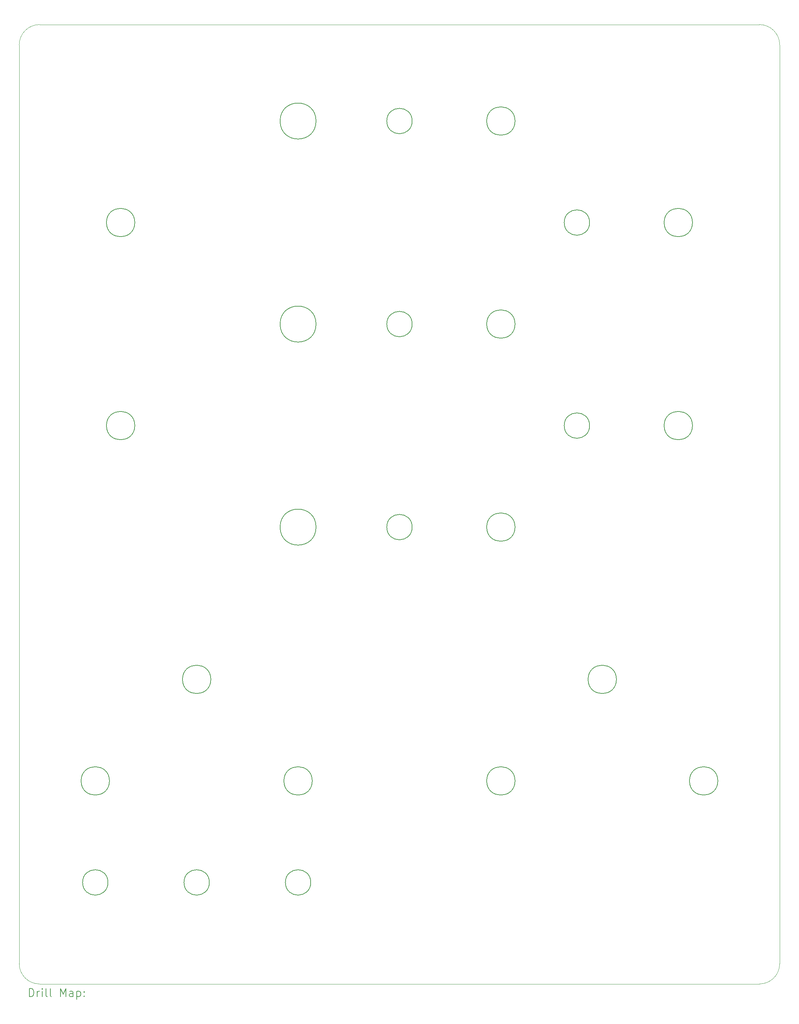
<source format=gbr>
%FSLAX45Y45*%
G04 Gerber Fmt 4.5, Leading zero omitted, Abs format (unit mm)*
G04 Created by KiCad (PCBNEW 6.0.5+dfsg-1~bpo11+1) date 2022-08-10 11:55:54*
%MOMM*%
%LPD*%
G01*
G04 APERTURE LIST*
%TA.AperFunction,Profile*%
%ADD10C,0.150000*%
%TD*%
%TA.AperFunction,Profile*%
%ADD11C,0.100000*%
%TD*%
%ADD12C,0.200000*%
G04 APERTURE END LIST*
D10*
X13843000Y-23812500D02*
G75*
G03*
X13843000Y-23812500I-317500J0D01*
G01*
X18923000Y-23812500D02*
G75*
G03*
X18923000Y-23812500I-317500J0D01*
G01*
X19055500Y-14922500D02*
G75*
G03*
X19055500Y-14922500I-450000J0D01*
G01*
X16383000Y-23812500D02*
G75*
G03*
X16383000Y-23812500I-317500J0D01*
G01*
X19055500Y-4762500D02*
G75*
G03*
X19055500Y-4762500I-450000J0D01*
G01*
X29120500Y-21272500D02*
G75*
G03*
X29120500Y-21272500I-355000J0D01*
G01*
D11*
X30162500Y-26352500D02*
G75*
G03*
X30670500Y-25844500I0J508000D01*
G01*
X11620500Y-25844500D02*
X11620500Y-2857500D01*
D10*
X28485500Y-7302500D02*
G75*
G03*
X28485500Y-7302500I-355000J0D01*
G01*
X13880500Y-21272500D02*
G75*
G03*
X13880500Y-21272500I-355000J0D01*
G01*
D11*
X11620500Y-25844500D02*
G75*
G03*
X12128500Y-26352500I508000J0D01*
G01*
D10*
X24040500Y-9842500D02*
G75*
G03*
X24040500Y-9842500I-355000J0D01*
G01*
X14515500Y-12382500D02*
G75*
G03*
X14515500Y-12382500I-355000J0D01*
G01*
X24040500Y-21272500D02*
G75*
G03*
X24040500Y-21272500I-355000J0D01*
G01*
X14515500Y-7302500D02*
G75*
G03*
X14515500Y-7302500I-355000J0D01*
G01*
X25908000Y-12382500D02*
G75*
G03*
X25908000Y-12382500I-317500J0D01*
G01*
X19055500Y-9842500D02*
G75*
G03*
X19055500Y-9842500I-450000J0D01*
G01*
X18960500Y-21272500D02*
G75*
G03*
X18960500Y-21272500I-355000J0D01*
G01*
D11*
X12128500Y-2349500D02*
X30162500Y-2349500D01*
D10*
X16420500Y-18732500D02*
G75*
G03*
X16420500Y-18732500I-355000J0D01*
G01*
D11*
X30670500Y-2857500D02*
X30670500Y-25844500D01*
X30162500Y-26352500D02*
X12128500Y-26352500D01*
D10*
X21463000Y-14922500D02*
G75*
G03*
X21463000Y-14922500I-317500J0D01*
G01*
X26580500Y-18732500D02*
G75*
G03*
X26580500Y-18732500I-355000J0D01*
G01*
X28485500Y-12382500D02*
G75*
G03*
X28485500Y-12382500I-355000J0D01*
G01*
D11*
X12128500Y-2349500D02*
G75*
G03*
X11620500Y-2857500I0J-508000D01*
G01*
D10*
X21463000Y-9842500D02*
G75*
G03*
X21463000Y-9842500I-317500J0D01*
G01*
D11*
X30670500Y-2857500D02*
G75*
G03*
X30162500Y-2349500I-508000J0D01*
G01*
D10*
X24040500Y-14922500D02*
G75*
G03*
X24040500Y-14922500I-355000J0D01*
G01*
X25908000Y-7302500D02*
G75*
G03*
X25908000Y-7302500I-317500J0D01*
G01*
X24040500Y-4762500D02*
G75*
G03*
X24040500Y-4762500I-355000J0D01*
G01*
X21463000Y-4762500D02*
G75*
G03*
X21463000Y-4762500I-317500J0D01*
G01*
D12*
X11873119Y-26667976D02*
X11873119Y-26467976D01*
X11920738Y-26467976D01*
X11949309Y-26477500D01*
X11968357Y-26496548D01*
X11977881Y-26515595D01*
X11987405Y-26553690D01*
X11987405Y-26582262D01*
X11977881Y-26620357D01*
X11968357Y-26639405D01*
X11949309Y-26658452D01*
X11920738Y-26667976D01*
X11873119Y-26667976D01*
X12073119Y-26667976D02*
X12073119Y-26534643D01*
X12073119Y-26572738D02*
X12082643Y-26553690D01*
X12092167Y-26544167D01*
X12111214Y-26534643D01*
X12130262Y-26534643D01*
X12196928Y-26667976D02*
X12196928Y-26534643D01*
X12196928Y-26467976D02*
X12187405Y-26477500D01*
X12196928Y-26487024D01*
X12206452Y-26477500D01*
X12196928Y-26467976D01*
X12196928Y-26487024D01*
X12320738Y-26667976D02*
X12301690Y-26658452D01*
X12292167Y-26639405D01*
X12292167Y-26467976D01*
X12425500Y-26667976D02*
X12406452Y-26658452D01*
X12396928Y-26639405D01*
X12396928Y-26467976D01*
X12654071Y-26667976D02*
X12654071Y-26467976D01*
X12720738Y-26610833D01*
X12787405Y-26467976D01*
X12787405Y-26667976D01*
X12968357Y-26667976D02*
X12968357Y-26563214D01*
X12958833Y-26544167D01*
X12939786Y-26534643D01*
X12901690Y-26534643D01*
X12882643Y-26544167D01*
X12968357Y-26658452D02*
X12949309Y-26667976D01*
X12901690Y-26667976D01*
X12882643Y-26658452D01*
X12873119Y-26639405D01*
X12873119Y-26620357D01*
X12882643Y-26601309D01*
X12901690Y-26591786D01*
X12949309Y-26591786D01*
X12968357Y-26582262D01*
X13063595Y-26534643D02*
X13063595Y-26734643D01*
X13063595Y-26544167D02*
X13082643Y-26534643D01*
X13120738Y-26534643D01*
X13139786Y-26544167D01*
X13149309Y-26553690D01*
X13158833Y-26572738D01*
X13158833Y-26629881D01*
X13149309Y-26648928D01*
X13139786Y-26658452D01*
X13120738Y-26667976D01*
X13082643Y-26667976D01*
X13063595Y-26658452D01*
X13244548Y-26648928D02*
X13254071Y-26658452D01*
X13244548Y-26667976D01*
X13235024Y-26658452D01*
X13244548Y-26648928D01*
X13244548Y-26667976D01*
X13244548Y-26544167D02*
X13254071Y-26553690D01*
X13244548Y-26563214D01*
X13235024Y-26553690D01*
X13244548Y-26544167D01*
X13244548Y-26563214D01*
M02*

</source>
